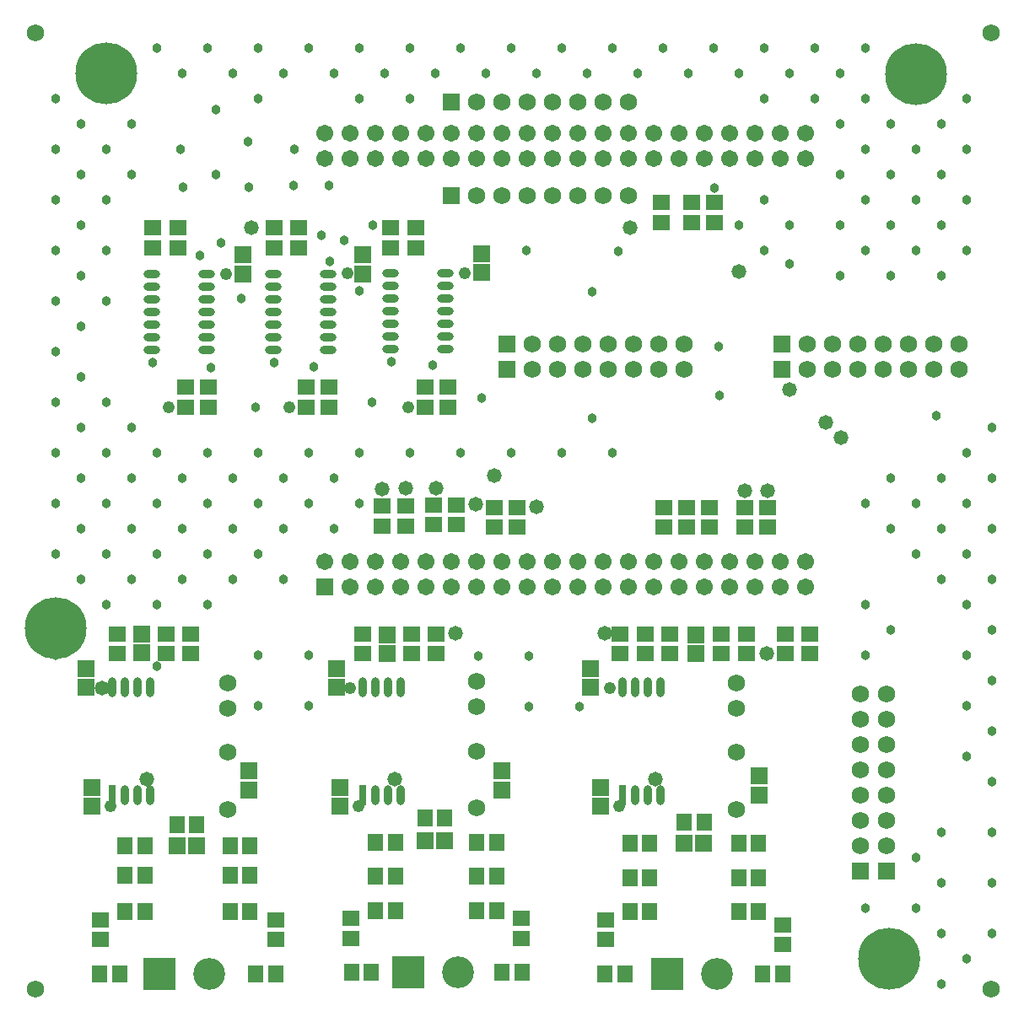
<source format=gbr>
G04 Layer_Color=8388736*
%FSLAX25Y25*%
%MOIN*%
%TF.FileFunction,Soldermask,Top*%
%TF.Part,Single*%
G01*
G75*
%TA.AperFunction,SMDPad,CuDef*%
%ADD44R,0.06706X0.06312*%
%ADD45R,0.06312X0.06706*%
%ADD46R,0.07099X0.06706*%
%ADD47R,0.06706X0.07099*%
%ADD48R,0.03162X0.07887*%
%ADD49O,0.03162X0.07887*%
%ADD50O,0.06509X0.03162*%
%TA.AperFunction,WasherPad*%
%ADD51C,0.06800*%
%TA.AperFunction,ComponentPad*%
%ADD52C,0.06800*%
%ADD53R,0.06800X0.06800*%
%ADD54R,0.06800X0.06800*%
%ADD55R,0.06706X0.06706*%
%ADD56C,0.06706*%
%ADD57C,0.12611*%
%ADD58R,0.12611X0.12611*%
%TA.AperFunction,ViaPad*%
%ADD59C,0.24422*%
%ADD60C,0.05800*%
%ADD61C,0.03800*%
%ADD62C,0.04800*%
D44*
X46500Y300937D02*
D03*
Y293063D02*
D03*
X150500Y293063D02*
D03*
Y300937D02*
D03*
X94500Y300937D02*
D03*
Y293063D02*
D03*
X259500Y303063D02*
D03*
Y310937D02*
D03*
X192177Y27937D02*
D03*
Y20063D02*
D03*
X124937Y27937D02*
D03*
Y20063D02*
D03*
X295437Y25437D02*
D03*
Y17563D02*
D03*
X225500Y27437D02*
D03*
Y19563D02*
D03*
X104000Y300937D02*
D03*
Y293063D02*
D03*
X140500Y300937D02*
D03*
Y293063D02*
D03*
X32500Y140437D02*
D03*
Y132563D02*
D03*
X148833Y140437D02*
D03*
Y132563D02*
D03*
X158500Y132563D02*
D03*
Y140437D02*
D03*
X129500Y140437D02*
D03*
Y132563D02*
D03*
X25746Y27437D02*
D03*
Y19563D02*
D03*
X94986Y27437D02*
D03*
Y19563D02*
D03*
X51833Y140437D02*
D03*
Y132563D02*
D03*
X61500Y132563D02*
D03*
Y140437D02*
D03*
X231000Y132563D02*
D03*
Y140437D02*
D03*
X240982Y140437D02*
D03*
Y132563D02*
D03*
X250964Y140437D02*
D03*
Y132563D02*
D03*
X271000Y140437D02*
D03*
Y132563D02*
D03*
X281000Y132563D02*
D03*
Y140437D02*
D03*
X296500Y140437D02*
D03*
Y132563D02*
D03*
X306000Y132563D02*
D03*
Y140437D02*
D03*
X289500Y182563D02*
D03*
Y190437D02*
D03*
X280500Y182563D02*
D03*
Y190437D02*
D03*
X266500Y182500D02*
D03*
Y190374D02*
D03*
X257500Y190437D02*
D03*
Y182563D02*
D03*
X248500Y182563D02*
D03*
Y190437D02*
D03*
X190500Y190437D02*
D03*
Y182563D02*
D03*
X181500Y182563D02*
D03*
Y190437D02*
D03*
X166500Y191437D02*
D03*
Y183563D02*
D03*
X157500Y183563D02*
D03*
Y191437D02*
D03*
X146500Y190937D02*
D03*
Y183063D02*
D03*
X137000Y183063D02*
D03*
Y190937D02*
D03*
X59500Y237937D02*
D03*
Y230063D02*
D03*
X68500Y237937D02*
D03*
Y230063D02*
D03*
X107000Y237937D02*
D03*
Y230063D02*
D03*
X116000Y237937D02*
D03*
Y230063D02*
D03*
X154000Y237937D02*
D03*
Y230063D02*
D03*
X163000Y237937D02*
D03*
Y230063D02*
D03*
X56500Y300937D02*
D03*
Y293063D02*
D03*
X247500Y303063D02*
D03*
Y310937D02*
D03*
X268500Y303063D02*
D03*
Y310937D02*
D03*
D45*
X154000Y67500D02*
D03*
X161874D02*
D03*
X174500Y31000D02*
D03*
X182374D02*
D03*
X182374Y44500D02*
D03*
X174500D02*
D03*
X174500Y58000D02*
D03*
X182374D02*
D03*
X192374Y6500D02*
D03*
X184500D02*
D03*
X142437Y58000D02*
D03*
X134563D02*
D03*
X134500Y44500D02*
D03*
X142374D02*
D03*
X142374Y31000D02*
D03*
X134500D02*
D03*
X125000Y6500D02*
D03*
X132874D02*
D03*
X256563Y66000D02*
D03*
X264437D02*
D03*
X295437Y6000D02*
D03*
X287563D02*
D03*
X278063Y30500D02*
D03*
X285937D02*
D03*
X285937Y44000D02*
D03*
X278063D02*
D03*
X278063Y57500D02*
D03*
X285937D02*
D03*
X225303Y6000D02*
D03*
X233177D02*
D03*
X242937Y30500D02*
D03*
X235063D02*
D03*
X235063Y44000D02*
D03*
X242937D02*
D03*
X242937Y57500D02*
D03*
X235063D02*
D03*
X25549Y6000D02*
D03*
X33423D02*
D03*
X95183D02*
D03*
X87309D02*
D03*
X77063Y30500D02*
D03*
X84937D02*
D03*
X43437D02*
D03*
X35563D02*
D03*
X35563Y44893D02*
D03*
X43437D02*
D03*
X43437Y56607D02*
D03*
X35563D02*
D03*
X84937Y44893D02*
D03*
X77063D02*
D03*
X77063Y56607D02*
D03*
X84937D02*
D03*
X56063Y65000D02*
D03*
X63937D02*
D03*
D46*
X184437Y78760D02*
D03*
Y86240D02*
D03*
X119000Y119260D02*
D03*
Y126740D02*
D03*
X84500Y78760D02*
D03*
Y86240D02*
D03*
X286000Y76760D02*
D03*
Y84240D02*
D03*
X20000Y119260D02*
D03*
Y126740D02*
D03*
X120500Y72260D02*
D03*
Y79740D02*
D03*
X223500Y72260D02*
D03*
Y79740D02*
D03*
X139221Y140099D02*
D03*
Y132619D02*
D03*
X176500Y283260D02*
D03*
Y290740D02*
D03*
X22500Y72260D02*
D03*
Y79740D02*
D03*
X42221Y140381D02*
D03*
Y132901D02*
D03*
X219500Y119260D02*
D03*
Y126740D02*
D03*
X261000Y140099D02*
D03*
Y132619D02*
D03*
X82000Y282760D02*
D03*
Y290240D02*
D03*
X129500Y282760D02*
D03*
Y290240D02*
D03*
D47*
X154197Y58500D02*
D03*
X161677D02*
D03*
X56260Y56500D02*
D03*
X63740D02*
D03*
X256619Y57554D02*
D03*
X264099D02*
D03*
D48*
X30500Y76500D02*
D03*
X129500D02*
D03*
X232000D02*
D03*
D49*
X35500D02*
D03*
X40500D02*
D03*
X45500D02*
D03*
X30500Y119413D02*
D03*
X35500D02*
D03*
X40500D02*
D03*
X45500D02*
D03*
X134500Y76500D02*
D03*
X139500D02*
D03*
X144500D02*
D03*
X129500Y119413D02*
D03*
X134500D02*
D03*
X139500D02*
D03*
X144500D02*
D03*
X237000Y76500D02*
D03*
X242000D02*
D03*
X247000D02*
D03*
X232000Y119413D02*
D03*
X237000D02*
D03*
X242000D02*
D03*
X247000D02*
D03*
D50*
X140543Y283000D02*
D03*
Y278000D02*
D03*
Y273000D02*
D03*
Y268000D02*
D03*
Y263000D02*
D03*
Y258000D02*
D03*
Y253000D02*
D03*
X162000Y283000D02*
D03*
Y278000D02*
D03*
Y273000D02*
D03*
Y268000D02*
D03*
Y263000D02*
D03*
Y258000D02*
D03*
Y253000D02*
D03*
X94272Y282500D02*
D03*
Y277500D02*
D03*
Y272500D02*
D03*
Y267500D02*
D03*
Y262500D02*
D03*
Y257500D02*
D03*
Y252500D02*
D03*
X115728Y282500D02*
D03*
Y277500D02*
D03*
Y272500D02*
D03*
Y267500D02*
D03*
Y262500D02*
D03*
Y257500D02*
D03*
Y252500D02*
D03*
X46272Y282500D02*
D03*
Y277500D02*
D03*
Y272500D02*
D03*
Y267500D02*
D03*
Y262500D02*
D03*
Y257500D02*
D03*
Y252500D02*
D03*
X67728Y282500D02*
D03*
Y277500D02*
D03*
Y272500D02*
D03*
Y267500D02*
D03*
Y262500D02*
D03*
Y257500D02*
D03*
Y252500D02*
D03*
D51*
X377953Y377953D02*
D03*
Y-0D02*
D03*
X0Y377953D02*
D03*
Y-0D02*
D03*
D52*
X184500Y313500D02*
D03*
X174500D02*
D03*
X234500D02*
D03*
X224500D02*
D03*
X214500D02*
D03*
X204500D02*
D03*
X194500D02*
D03*
X184500Y350500D02*
D03*
X174500D02*
D03*
X234500D02*
D03*
X224500D02*
D03*
X214500D02*
D03*
X204500D02*
D03*
X194500D02*
D03*
X326000Y66500D02*
D03*
Y56500D02*
D03*
Y116500D02*
D03*
Y106500D02*
D03*
Y96500D02*
D03*
Y86500D02*
D03*
Y76500D02*
D03*
X336500Y66500D02*
D03*
Y56500D02*
D03*
Y116500D02*
D03*
Y106500D02*
D03*
Y96500D02*
D03*
Y86500D02*
D03*
Y76500D02*
D03*
X325000Y255000D02*
D03*
X335000D02*
D03*
X345000D02*
D03*
X355000D02*
D03*
X365000D02*
D03*
X305000D02*
D03*
X315000D02*
D03*
X325000Y245000D02*
D03*
X335000D02*
D03*
X345000D02*
D03*
X355000D02*
D03*
X365000D02*
D03*
X305000D02*
D03*
X315000D02*
D03*
X216500Y255000D02*
D03*
X226500D02*
D03*
X236500D02*
D03*
X246500D02*
D03*
X256500D02*
D03*
X196500D02*
D03*
X206500D02*
D03*
X216500Y245000D02*
D03*
X226500D02*
D03*
X236500D02*
D03*
X246500D02*
D03*
X256500D02*
D03*
X196500D02*
D03*
X206500D02*
D03*
X174437Y71559D02*
D03*
Y94000D02*
D03*
Y111559D02*
D03*
Y121559D02*
D03*
X76000Y71059D02*
D03*
Y93500D02*
D03*
Y111059D02*
D03*
Y121059D02*
D03*
X277000Y71059D02*
D03*
Y93500D02*
D03*
Y111059D02*
D03*
Y121059D02*
D03*
D53*
X164500Y313500D02*
D03*
Y350500D02*
D03*
X295000Y255000D02*
D03*
Y245000D02*
D03*
X186500Y255000D02*
D03*
Y245000D02*
D03*
D54*
X326000Y46500D02*
D03*
X336500D02*
D03*
D55*
X114500Y159000D02*
D03*
D56*
X124500D02*
D03*
X134500D02*
D03*
X144500D02*
D03*
X154500D02*
D03*
X164500D02*
D03*
X174500D02*
D03*
X184500D02*
D03*
X194500D02*
D03*
X204500D02*
D03*
X214500D02*
D03*
X224500D02*
D03*
X234500D02*
D03*
X244500D02*
D03*
X254500D02*
D03*
X264500D02*
D03*
X274500D02*
D03*
X284500D02*
D03*
X294500D02*
D03*
X304500D02*
D03*
X114500Y169000D02*
D03*
X124500D02*
D03*
X134500D02*
D03*
X144500D02*
D03*
X154500D02*
D03*
X164500D02*
D03*
X174500D02*
D03*
X184500D02*
D03*
X194500D02*
D03*
X204500D02*
D03*
X214500D02*
D03*
X224500D02*
D03*
X234500D02*
D03*
X244500D02*
D03*
X254500D02*
D03*
X264500D02*
D03*
X274500D02*
D03*
X284500D02*
D03*
X294500D02*
D03*
X304500D02*
D03*
X114500Y328291D02*
D03*
X304500Y338291D02*
D03*
X294500D02*
D03*
X284500D02*
D03*
X274500D02*
D03*
X264500D02*
D03*
X254500D02*
D03*
X244500D02*
D03*
X234500D02*
D03*
X224500D02*
D03*
X214500D02*
D03*
X204500D02*
D03*
X194500D02*
D03*
X184500D02*
D03*
X174500D02*
D03*
X164500D02*
D03*
X154500D02*
D03*
X144500D02*
D03*
X134500D02*
D03*
X124500D02*
D03*
X114500D02*
D03*
X304500Y328291D02*
D03*
X294500D02*
D03*
X284500D02*
D03*
X274500D02*
D03*
X264500D02*
D03*
X254500D02*
D03*
X244500D02*
D03*
X234500D02*
D03*
X224500D02*
D03*
X214500D02*
D03*
X204500D02*
D03*
X194500D02*
D03*
X184500D02*
D03*
X174500D02*
D03*
X164500D02*
D03*
X154500D02*
D03*
X144500D02*
D03*
X134500D02*
D03*
X124500D02*
D03*
D57*
X269342Y6000D02*
D03*
X167280Y6500D02*
D03*
X68843Y6000D02*
D03*
D58*
X249658D02*
D03*
X147594Y6500D02*
D03*
X49158Y6000D02*
D03*
D59*
X337500Y12000D02*
D03*
X348000Y361500D02*
D03*
X28000Y362000D02*
D03*
X8000Y142500D02*
D03*
D60*
X289500Y197000D02*
D03*
X280500D02*
D03*
X174000Y191500D02*
D03*
X146500Y198000D02*
D03*
X137000Y197500D02*
D03*
X158500Y198000D02*
D03*
X318500Y218000D02*
D03*
X312500Y224000D02*
D03*
X298000Y237000D02*
D03*
X181500Y203000D02*
D03*
X198000Y190500D02*
D03*
X44000Y83000D02*
D03*
X142000D02*
D03*
X245000D02*
D03*
X225000Y140500D02*
D03*
X166000D02*
D03*
X26500Y119000D02*
D03*
X289000Y132500D02*
D03*
X235000Y301000D02*
D03*
X85500D02*
D03*
X278000Y283500D02*
D03*
D61*
X48000Y372000D02*
D03*
X38000Y362000D02*
D03*
X28000Y372000D02*
D03*
X18000Y362000D02*
D03*
X58000D02*
D03*
X68000Y372000D02*
D03*
X78000Y362000D02*
D03*
X88000Y372000D02*
D03*
X98000Y362000D02*
D03*
X108000Y372000D02*
D03*
X118000Y362000D02*
D03*
X128000Y372000D02*
D03*
X138000Y362000D02*
D03*
X148000Y372000D02*
D03*
X158000Y362000D02*
D03*
X168000Y372000D02*
D03*
X178000Y362000D02*
D03*
X188000Y372000D02*
D03*
X198000Y362000D02*
D03*
X208000Y372000D02*
D03*
X218000Y362000D02*
D03*
X228000Y372000D02*
D03*
X238000Y362000D02*
D03*
X248000Y372000D02*
D03*
X258000Y362000D02*
D03*
X268000Y372000D02*
D03*
X278000Y362000D02*
D03*
X288000Y372000D02*
D03*
X298000Y362000D02*
D03*
X308000Y372000D02*
D03*
X318000Y362000D02*
D03*
X328000Y372000D02*
D03*
X338000Y362000D02*
D03*
X348000Y372000D02*
D03*
X8000Y352000D02*
D03*
X28000D02*
D03*
X38000Y342000D02*
D03*
X18000D02*
D03*
Y322000D02*
D03*
X38000D02*
D03*
X28000Y332000D02*
D03*
X8000D02*
D03*
X18000Y302000D02*
D03*
X28000Y312000D02*
D03*
X8000D02*
D03*
X18000Y282000D02*
D03*
X28000Y292000D02*
D03*
X8000D02*
D03*
X18000Y262000D02*
D03*
X28000Y272000D02*
D03*
X8000D02*
D03*
X18000Y242000D02*
D03*
X46500Y247500D02*
D03*
X8000Y252000D02*
D03*
X18000Y222000D02*
D03*
X38000D02*
D03*
X28000Y232000D02*
D03*
X8000D02*
D03*
X18000Y202000D02*
D03*
X38000D02*
D03*
X28000Y212000D02*
D03*
X8000D02*
D03*
X48000D02*
D03*
X18000Y182000D02*
D03*
X38000D02*
D03*
X28000Y192000D02*
D03*
X8000D02*
D03*
X48000D02*
D03*
X18000Y162000D02*
D03*
X38000D02*
D03*
X28000Y172000D02*
D03*
X8000D02*
D03*
X48000D02*
D03*
X18000Y142000D02*
D03*
X28000Y152000D02*
D03*
X8000D02*
D03*
X48000D02*
D03*
X8000Y132000D02*
D03*
X78000Y202000D02*
D03*
X73500Y295000D02*
D03*
X68000Y212000D02*
D03*
X102500Y332000D02*
D03*
X122000Y296000D02*
D03*
X157000Y246500D02*
D03*
X133449Y302000D02*
D03*
X102000Y317500D02*
D03*
X65000Y290000D02*
D03*
X148000Y212000D02*
D03*
X87000Y230000D02*
D03*
X81500Y273000D02*
D03*
X88000Y172000D02*
D03*
X68000D02*
D03*
X78000Y162000D02*
D03*
X68000Y192000D02*
D03*
X78000Y182000D02*
D03*
X58000D02*
D03*
Y202000D02*
D03*
X88000Y192000D02*
D03*
X113000Y298000D02*
D03*
X116500Y287500D02*
D03*
X98000Y182000D02*
D03*
X108000Y192000D02*
D03*
X118000Y182000D02*
D03*
X98000Y162000D02*
D03*
X58000D02*
D03*
X68000Y152000D02*
D03*
X88000Y132000D02*
D03*
X108000Y112000D02*
D03*
X88000D02*
D03*
X48000Y127500D02*
D03*
X108000Y132000D02*
D03*
X128000Y192000D02*
D03*
X116000Y317500D02*
D03*
X168000Y212000D02*
D03*
X188000D02*
D03*
X208000D02*
D03*
X228000D02*
D03*
X57500Y332000D02*
D03*
X110000Y246000D02*
D03*
X133000Y232000D02*
D03*
X69500Y245500D02*
D03*
X84000Y335000D02*
D03*
X71500Y322000D02*
D03*
Y347500D02*
D03*
X88000Y352000D02*
D03*
X84500Y317000D02*
D03*
X58500D02*
D03*
X358000Y322000D02*
D03*
X318000D02*
D03*
X338000D02*
D03*
X358000Y342000D02*
D03*
X318000D02*
D03*
X338000D02*
D03*
X348000Y332000D02*
D03*
X328000D02*
D03*
X358000Y282000D02*
D03*
X318000D02*
D03*
X338000D02*
D03*
X358000Y302000D02*
D03*
X318000D02*
D03*
X338000D02*
D03*
X348000Y292000D02*
D03*
X328000D02*
D03*
Y352000D02*
D03*
X348000D02*
D03*
X328000Y312000D02*
D03*
X348000D02*
D03*
X368000Y332000D02*
D03*
Y312000D02*
D03*
X358000Y362000D02*
D03*
X368000Y352000D02*
D03*
X308000D02*
D03*
X288000D02*
D03*
Y312000D02*
D03*
X298000Y302000D02*
D03*
X278000D02*
D03*
X288000Y292000D02*
D03*
X298000Y286500D02*
D03*
X230500Y291500D02*
D03*
X270000Y254000D02*
D03*
X176500Y233500D02*
D03*
X270500Y234500D02*
D03*
X220000Y225500D02*
D03*
X368000Y292000D02*
D03*
Y212000D02*
D03*
X338000Y202000D02*
D03*
X358000D02*
D03*
X356000Y226500D02*
D03*
X348000Y192000D02*
D03*
X328000D02*
D03*
X338000Y182000D02*
D03*
X358000D02*
D03*
X368000Y192000D02*
D03*
X378000Y182000D02*
D03*
X368000Y172000D02*
D03*
X348000D02*
D03*
X378000Y162000D02*
D03*
X358000D02*
D03*
X368000Y152000D02*
D03*
X378000Y142000D02*
D03*
Y202000D02*
D03*
Y222000D02*
D03*
Y122000D02*
D03*
Y102000D02*
D03*
X368000Y132000D02*
D03*
Y112000D02*
D03*
Y92000D02*
D03*
X378000Y82000D02*
D03*
Y62000D02*
D03*
Y42000D02*
D03*
Y22000D02*
D03*
X348000Y32000D02*
D03*
X358000Y42000D02*
D03*
X348000Y52000D02*
D03*
X358000Y62000D02*
D03*
X328000Y12000D02*
D03*
X338000Y22000D02*
D03*
X328000Y32000D02*
D03*
X358000Y2000D02*
D03*
X348000Y12000D02*
D03*
X338000Y2000D02*
D03*
X368000Y12000D02*
D03*
X358000Y22000D02*
D03*
X215000Y111500D02*
D03*
X195000D02*
D03*
Y131500D02*
D03*
X175000D02*
D03*
X328000Y152000D02*
D03*
Y132000D02*
D03*
X338000Y142000D02*
D03*
X148000Y352000D02*
D03*
X128000D02*
D03*
X268500Y316500D02*
D03*
X94500Y247500D02*
D03*
X140772Y248000D02*
D03*
X128000Y276000D02*
D03*
X108000Y212000D02*
D03*
X98000Y202000D02*
D03*
X88000Y212000D02*
D03*
X128000D02*
D03*
X118000Y202000D02*
D03*
X220000Y275500D02*
D03*
X194000Y292000D02*
D03*
D62*
X29760Y72260D02*
D03*
X127760D02*
D03*
X230760D02*
D03*
X227000Y119000D02*
D03*
X124500D02*
D03*
X75500Y282500D02*
D03*
X169772Y283000D02*
D03*
X147437Y230063D02*
D03*
X100437D02*
D03*
X52937D02*
D03*
X123500Y283000D02*
D03*
%TF.MD5,16b25406de8a606c664c23d676f8592c*%
M02*

</source>
